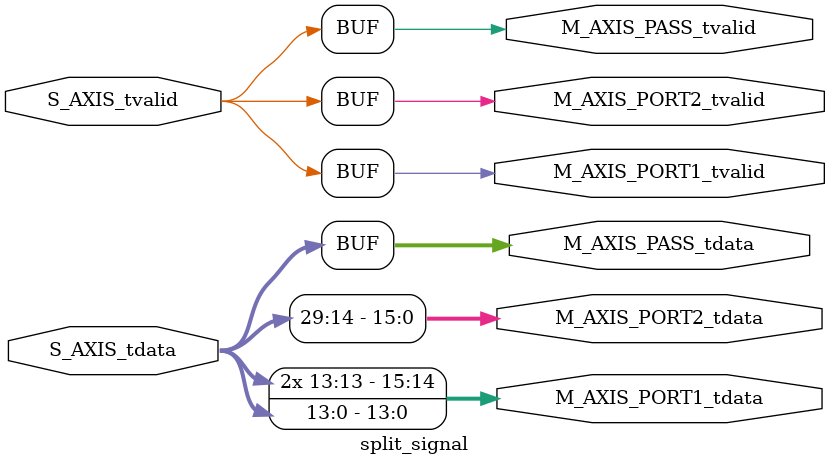
<source format=v>
`timescale 1ns / 1ps


module split_signal #
(
    parameter ADC_DATA_WIDTH = 14,
    parameter S_AXIS_TDATA_WIDTH = 32,
    parameter M_AXIS_TDATA_WIDTH = 16
)
(
    (* X_INTERFACE_PARAMETER = "FREQ_HZ 125000000" *)
    input [S_AXIS_TDATA_WIDTH-1:0]        S_AXIS_tdata,
    input                                 S_AXIS_tvalid,
    (* X_INTERFACE_PARAMETER = "FREQ_HZ 125000000" *)
    output wire [M_AXIS_TDATA_WIDTH-1:0]  M_AXIS_PORT1_tdata,
    output wire                           M_AXIS_PORT1_tvalid,
    (* X_INTERFACE_PARAMETER = "FREQ_HZ 125000000" *)
    output wire [M_AXIS_TDATA_WIDTH-1:0]  M_AXIS_PORT2_tdata,
    output wire                           M_AXIS_PORT2_tvalid,
    (* X_INTERFACE_PARAMETER = "FREQ_HZ 125000000" *)
    output wire [S_AXIS_TDATA_WIDTH-1:0]  M_AXIS_PASS_tdata, // (Sine, Cosine) vector pass through
    output wire                           M_AXIS_PASS_tvalid
    );
        
    assign M_AXIS_PORT1_tdata = {{(M_AXIS_TDATA_WIDTH-ADC_DATA_WIDTH+1){S_AXIS_tdata[ADC_DATA_WIDTH-1]}},S_AXIS_tdata[ADC_DATA_WIDTH-1:0]};
    assign M_AXIS_PORT2_tdata = {{(M_AXIS_TDATA_WIDTH-ADC_DATA_WIDTH+1){S_AXIS_tdata[S_AXIS_TDATA_WIDTH-1]}},S_AXIS_tdata[S_AXIS_TDATA_WIDTH-1:ADC_DATA_WIDTH]};
    assign M_AXIS_PORT1_tvalid = S_AXIS_tvalid;
    assign M_AXIS_PORT2_tvalid = S_AXIS_tvalid;

    assign M_AXIS_PASS_tdata  = S_AXIS_tdata; // pass
    assign M_AXIS_PASS_tvalid = S_AXIS_tvalid; // pass

endmodule


</source>
